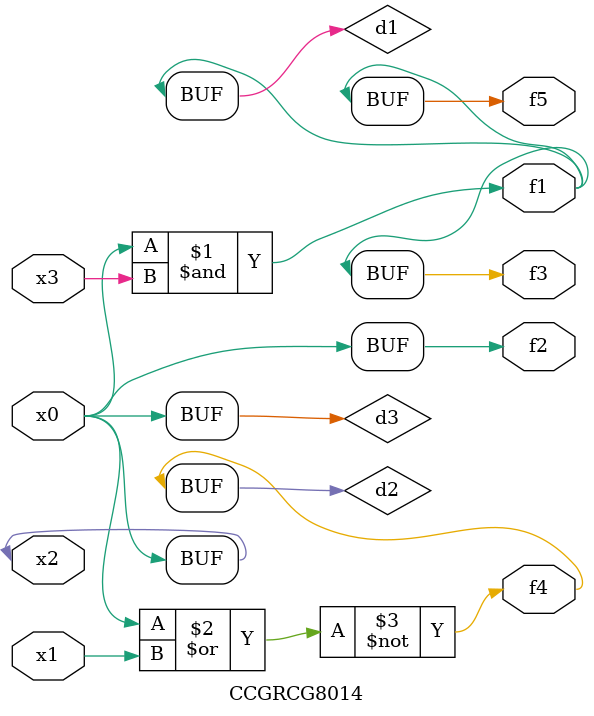
<source format=v>
module CCGRCG8014(
	input x0, x1, x2, x3,
	output f1, f2, f3, f4, f5
);

	wire d1, d2, d3;

	and (d1, x2, x3);
	nor (d2, x0, x1);
	buf (d3, x0, x2);
	assign f1 = d1;
	assign f2 = d3;
	assign f3 = d1;
	assign f4 = d2;
	assign f5 = d1;
endmodule

</source>
